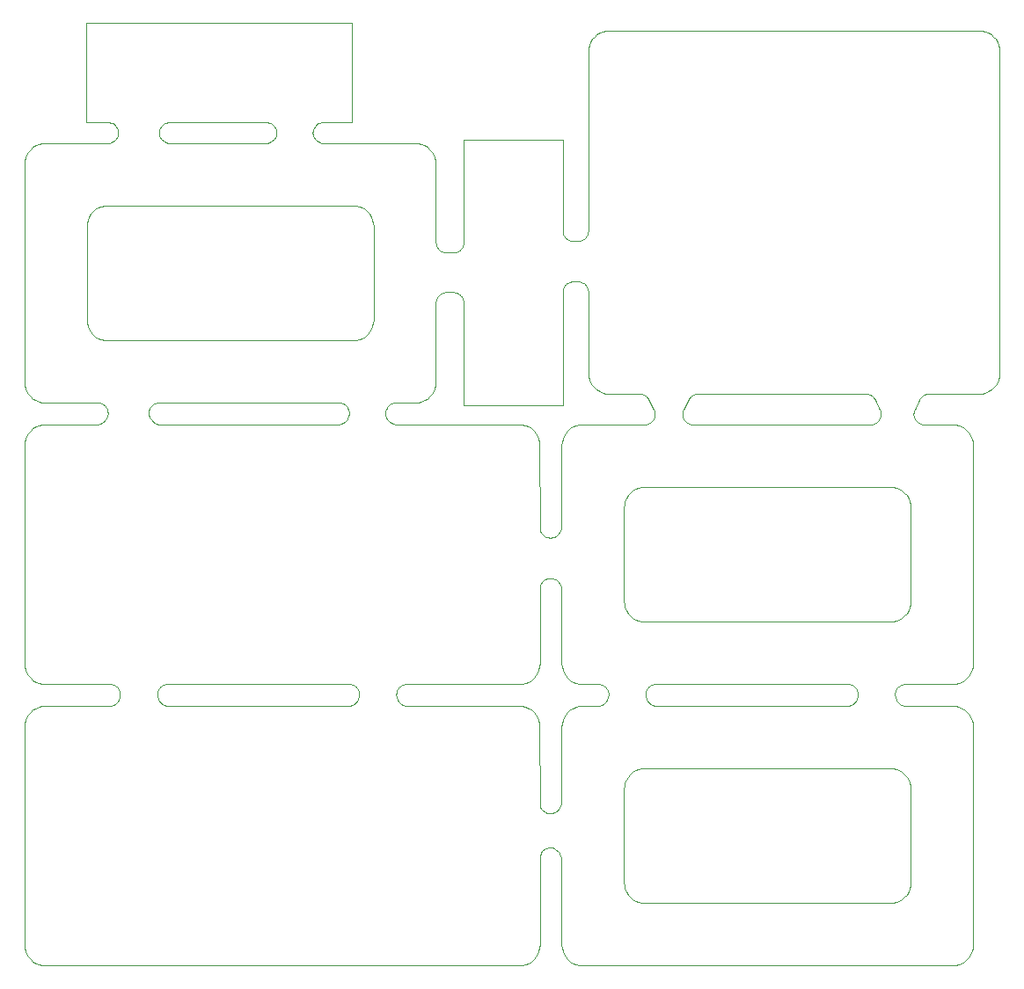
<source format=gko>
%MOIN*%
%OFA0B0*%
%FSLAX44Y44*%
%IPPOS*%
%LPD*%
%ADD10C,0*%
D10*
X00023504Y00013031D02*
X00023504Y00013031D01*
X00023381Y00013041D01*
X00023260Y00013070D01*
X00023146Y00013117D01*
X00023041Y00013181D01*
X00022947Y00013262D01*
X00022867Y00013356D01*
X00022802Y00013461D01*
X00022755Y00013575D01*
X00022726Y00013695D01*
X00022716Y00013818D01*
X00022716Y00017362D01*
X00022726Y00017485D01*
X00022755Y00017605D01*
X00022802Y00017719D01*
X00022867Y00017825D01*
X00022947Y00017918D01*
X00023041Y00017999D01*
X00023146Y00018063D01*
X00023260Y00018111D01*
X00023381Y00018139D01*
X00023504Y00018149D01*
X00032794Y00018149D01*
X00032917Y00018139D01*
X00033038Y00018111D01*
X00033152Y00018063D01*
X00033257Y00017999D01*
X00033351Y00017918D01*
X00033431Y00017825D01*
X00033496Y00017719D01*
X00033543Y00017605D01*
X00033572Y00017485D01*
X00033582Y00017362D01*
X00033582Y00013818D01*
X00033572Y00013695D01*
X00033543Y00013575D01*
X00033496Y00013461D01*
X00033431Y00013356D01*
X00033351Y00013262D01*
X00033257Y00013181D01*
X00033152Y00013117D01*
X00033038Y00013070D01*
X00032917Y00013041D01*
X00032794Y00013031D01*
X00023504Y00013031D01*
X00003149Y00023700D02*
X00003149Y00023700D01*
X00003026Y00023710D01*
X00002906Y00023739D01*
X00002792Y00023786D01*
X00002686Y00023851D01*
X00002592Y00023931D01*
X00002512Y00024025D01*
X00002448Y00024130D01*
X00002400Y00024244D01*
X00002371Y00024365D01*
X00002362Y00024488D01*
X00002362Y00028031D01*
X00002371Y00028154D01*
X00002400Y00028274D01*
X00002448Y00028388D01*
X00002512Y00028494D01*
X00002592Y00028588D01*
X00002686Y00028668D01*
X00002792Y00028733D01*
X00002906Y00028780D01*
X00003026Y00028809D01*
X00003149Y00028818D01*
X00012440Y00028818D01*
X00012563Y00028809D01*
X00012683Y00028780D01*
X00012797Y00028733D01*
X00012902Y00028668D01*
X00012996Y00028588D01*
X00013077Y00028494D01*
X00013141Y00028388D01*
X00013189Y00028274D01*
X00013217Y00028154D01*
X00013227Y00028031D01*
X00013227Y00024488D01*
X00013217Y00024365D01*
X00013189Y00024244D01*
X00013141Y00024130D01*
X00013077Y00024025D01*
X00012996Y00023931D01*
X00012902Y00023851D01*
X00012797Y00023786D01*
X00012683Y00023739D01*
X00012563Y00023710D01*
X00012440Y00023700D01*
X00003149Y00023700D01*
X00023504Y00002362D02*
X00023504Y00002362D01*
X00023381Y00002371D01*
X00023260Y00002400D01*
X00023146Y00002448D01*
X00023041Y00002512D01*
X00022947Y00002592D01*
X00022867Y00002686D01*
X00022802Y00002792D01*
X00022755Y00002906D01*
X00022726Y00003026D01*
X00022716Y00003149D01*
X00022716Y00006692D01*
X00022726Y00006816D01*
X00022755Y00006936D01*
X00022802Y00007050D01*
X00022867Y00007155D01*
X00022947Y00007249D01*
X00023041Y00007329D01*
X00023146Y00007394D01*
X00023260Y00007441D01*
X00023381Y00007470D01*
X00023504Y00007480D01*
X00032794Y00007480D01*
X00032917Y00007470D01*
X00033038Y00007441D01*
X00033152Y00007394D01*
X00033257Y00007329D01*
X00033351Y00007249D01*
X00033431Y00007155D01*
X00033496Y00007050D01*
X00033543Y00006936D01*
X00033572Y00006816D01*
X00033582Y00006692D01*
X00033582Y00003149D01*
X00033572Y00003026D01*
X00033543Y00002906D01*
X00033496Y00002792D01*
X00033431Y00002686D01*
X00033351Y00002592D01*
X00033257Y00002512D01*
X00033152Y00002448D01*
X00033038Y00002400D01*
X00032917Y00002371D01*
X00032794Y00002362D01*
X00023504Y00002362D01*
X00018736Y00009842D02*
X00018736Y00009842D01*
X00014499Y00009842D01*
X00014475Y00009843D01*
X00014451Y00009845D01*
X00014428Y00009849D01*
X00014404Y00009854D01*
X00014381Y00009860D01*
X00014359Y00009868D01*
X00014337Y00009877D01*
X00014315Y00009887D01*
X00014294Y00009899D01*
X00014274Y00009912D01*
X00014255Y00009926D01*
X00014237Y00009942D01*
X00014220Y00009958D01*
X00014203Y00009976D01*
X00014188Y00009994D01*
X00014174Y00010013D01*
X00014161Y00010033D01*
X00014150Y00010054D01*
X00014139Y00010076D01*
X00014130Y00010098D01*
X00014115Y00010137D01*
X00014104Y00010173D01*
X00014096Y00010210D01*
X00014091Y00010248D01*
X00014091Y00010286D01*
X00014094Y00010324D01*
X00014100Y00010361D01*
X00014110Y00010398D01*
X00014124Y00010433D01*
X00014141Y00010467D01*
X00014161Y00010500D01*
X00014184Y00010530D01*
X00014210Y00010557D01*
X00014238Y00010582D01*
X00014269Y00010605D01*
X00014302Y00010624D01*
X00014336Y00010640D01*
X00014372Y00010652D01*
X00014409Y00010662D01*
X00014446Y00010667D01*
X00014484Y00010669D01*
X00018741Y00010669D01*
X00018864Y00010679D01*
X00018984Y00010709D01*
X00019098Y00010756D01*
X00019204Y00010821D01*
X00019297Y00010902D01*
X00019377Y00010996D01*
X00019442Y00011102D01*
X00019489Y00011216D01*
X00019518Y00011336D01*
X00019527Y00011459D01*
X00019527Y00014295D01*
X00019530Y00014344D01*
X00019539Y00014393D01*
X00019554Y00014440D01*
X00019576Y00014485D01*
X00019602Y00014527D01*
X00019634Y00014565D01*
X00019670Y00014599D01*
X00019710Y00014628D01*
X00019754Y00014652D01*
X00019800Y00014670D01*
X00019848Y00014682D01*
X00019897Y00014688D01*
X00019947Y00014688D01*
X00019996Y00014681D01*
X00020044Y00014669D01*
X00020090Y00014650D01*
X00020133Y00014626D01*
X00020173Y00014596D01*
X00020209Y00014562D01*
X00020241Y00014524D01*
X00020281Y00014468D01*
X00020288Y00014458D01*
X00020294Y00014447D01*
X00020301Y00014437D01*
X00020307Y00014426D01*
X00020312Y00014415D01*
X00020318Y00014404D01*
X00020323Y00014393D01*
X00020327Y00014382D01*
X00020331Y00014371D01*
X00020335Y00014359D01*
X00020339Y00014347D01*
X00020342Y00014335D01*
X00020345Y00014324D01*
X00020347Y00014312D01*
X00020349Y00014300D01*
X00020351Y00014287D01*
X00020352Y00014275D01*
X00020353Y00014263D01*
X00020354Y00014251D01*
X00020354Y00014239D01*
X00020354Y00011456D01*
X00020364Y00011333D01*
X00020393Y00011213D01*
X00020440Y00011099D01*
X00020505Y00010993D01*
X00020585Y00010899D01*
X00020679Y00010819D01*
X00020784Y00010755D01*
X00020898Y00010707D01*
X00021018Y00010678D01*
X00021142Y00010669D01*
X00021735Y00010669D01*
X00021773Y00010667D01*
X00021811Y00010661D01*
X00021848Y00010652D01*
X00021883Y00010640D01*
X00021918Y00010624D01*
X00021951Y00010605D01*
X00021981Y00010582D01*
X00022010Y00010557D01*
X00022036Y00010530D01*
X00022059Y00010500D01*
X00022079Y00010467D01*
X00022096Y00010433D01*
X00022109Y00010398D01*
X00022119Y00010361D01*
X00022126Y00010324D01*
X00022129Y00010286D01*
X00022128Y00010248D01*
X00022124Y00010210D01*
X00022116Y00010173D01*
X00022104Y00010137D01*
X00022089Y00010098D01*
X00022080Y00010076D01*
X00022070Y00010054D01*
X00022058Y00010033D01*
X00022045Y00010013D01*
X00022031Y00009994D01*
X00022016Y00009976D01*
X00022000Y00009958D01*
X00021982Y00009942D01*
X00021964Y00009926D01*
X00021945Y00009912D01*
X00021925Y00009899D01*
X00021904Y00009887D01*
X00021883Y00009877D01*
X00021861Y00009868D01*
X00021838Y00009860D01*
X00021815Y00009854D01*
X00021792Y00009849D01*
X00021768Y00009845D01*
X00021744Y00009843D01*
X00021721Y00009842D01*
X00021142Y00009842D01*
X00021018Y00009832D01*
X00020898Y00009803D01*
X00020784Y00009756D01*
X00020679Y00009692D01*
X00020585Y00009611D01*
X00020505Y00009517D01*
X00020440Y00009412D01*
X00020393Y00009298D01*
X00020364Y00009178D01*
X00020354Y00009055D01*
X00020354Y00006266D01*
X00020354Y00006259D01*
X00020354Y00006251D01*
X00020354Y00006244D01*
X00020353Y00006237D01*
X00020352Y00006229D01*
X00020352Y00006222D01*
X00020351Y00006215D01*
X00020350Y00006208D01*
X00020349Y00006200D01*
X00020347Y00006193D01*
X00020346Y00006186D01*
X00020344Y00006179D01*
X00020343Y00006172D01*
X00020341Y00006164D01*
X00020339Y00006157D01*
X00020337Y00006150D01*
X00020335Y00006143D01*
X00020332Y00006136D01*
X00020330Y00006129D01*
X00020327Y00006123D01*
X00020286Y00006018D01*
X00020263Y00005969D01*
X00020233Y00005924D01*
X00020197Y00005883D01*
X00020156Y00005847D01*
X00020110Y00005817D01*
X00020061Y00005794D01*
X00020009Y00005778D01*
X00019955Y00005770D01*
X00019901Y00005768D01*
X00019847Y00005775D01*
X00019794Y00005789D01*
X00019744Y00005810D01*
X00019697Y00005837D01*
X00019654Y00005871D01*
X00019617Y00005910D01*
X00019585Y00005955D01*
X00019559Y00006003D01*
X00019541Y00006054D01*
X00019530Y00006107D01*
X00019526Y00006162D01*
X00019525Y00009053D01*
X00019515Y00009176D01*
X00019487Y00009297D01*
X00019439Y00009411D01*
X00019374Y00009517D01*
X00019294Y00009611D01*
X00019200Y00009691D01*
X00019094Y00009756D01*
X00018980Y00009803D01*
X00018859Y00009832D01*
X00018736Y00009842D01*
X00005444Y00009842D02*
X00005444Y00009842D01*
X00005420Y00009843D01*
X00005396Y00009845D01*
X00005373Y00009849D01*
X00005349Y00009854D01*
X00005326Y00009860D01*
X00005304Y00009868D01*
X00005282Y00009877D01*
X00005260Y00009887D01*
X00005239Y00009899D01*
X00005219Y00009912D01*
X00005200Y00009926D01*
X00005182Y00009942D01*
X00005165Y00009958D01*
X00005148Y00009976D01*
X00005133Y00009994D01*
X00005119Y00010013D01*
X00005106Y00010033D01*
X00005094Y00010054D01*
X00005084Y00010076D01*
X00005075Y00010098D01*
X00005060Y00010137D01*
X00005049Y00010173D01*
X00005041Y00010210D01*
X00005036Y00010248D01*
X00005035Y00010286D01*
X00005038Y00010324D01*
X00005045Y00010361D01*
X00005055Y00010398D01*
X00005069Y00010433D01*
X00005085Y00010467D01*
X00005106Y00010500D01*
X00005129Y00010530D01*
X00005155Y00010557D01*
X00005183Y00010582D01*
X00005214Y00010605D01*
X00005246Y00010624D01*
X00005281Y00010640D01*
X00005317Y00010652D01*
X00005354Y00010662D01*
X00005391Y00010667D01*
X00005429Y00010669D01*
X00012286Y00010669D01*
X00012324Y00010667D01*
X00012362Y00010662D01*
X00012399Y00010652D01*
X00012435Y00010640D01*
X00012469Y00010624D01*
X00012502Y00010605D01*
X00012533Y00010582D01*
X00012561Y00010557D01*
X00012587Y00010530D01*
X00012610Y00010500D01*
X00012630Y00010467D01*
X00012647Y00010433D01*
X00012661Y00010398D01*
X00012671Y00010361D01*
X00012677Y00010324D01*
X00012680Y00010286D01*
X00012679Y00010248D01*
X00012675Y00010210D01*
X00012667Y00010173D01*
X00012655Y00010137D01*
X00012641Y00010098D01*
X00012632Y00010076D01*
X00012621Y00010054D01*
X00012610Y00010033D01*
X00012597Y00010013D01*
X00012583Y00009994D01*
X00012567Y00009976D01*
X00012551Y00009958D01*
X00012534Y00009942D01*
X00012515Y00009926D01*
X00012496Y00009912D01*
X00012476Y00009899D01*
X00012455Y00009887D01*
X00012434Y00009877D01*
X00012412Y00009868D01*
X00012389Y00009860D01*
X00012366Y00009854D01*
X00012343Y00009849D01*
X00012319Y00009845D01*
X00012296Y00009843D01*
X00012272Y00009842D01*
X00005444Y00009842D01*
X00023948Y00009842D02*
X00023948Y00009842D01*
X00023924Y00009843D01*
X00023900Y00009845D01*
X00023876Y00009849D01*
X00023853Y00009854D01*
X00023830Y00009860D01*
X00023808Y00009868D01*
X00023786Y00009877D01*
X00023764Y00009887D01*
X00023743Y00009899D01*
X00023723Y00009912D01*
X00023704Y00009926D01*
X00023686Y00009942D01*
X00023668Y00009958D01*
X00023652Y00009976D01*
X00023637Y00009994D01*
X00023623Y00010013D01*
X00023610Y00010033D01*
X00023598Y00010054D01*
X00023588Y00010076D01*
X00023579Y00010098D01*
X00023564Y00010137D01*
X00023553Y00010173D01*
X00023545Y00010210D01*
X00023540Y00010248D01*
X00023539Y00010286D01*
X00023542Y00010324D01*
X00023549Y00010361D01*
X00023559Y00010398D01*
X00023572Y00010433D01*
X00023589Y00010467D01*
X00023610Y00010500D01*
X00023633Y00010530D01*
X00023659Y00010557D01*
X00023687Y00010582D01*
X00023718Y00010605D01*
X00023750Y00010624D01*
X00023785Y00010640D01*
X00023821Y00010652D01*
X00023858Y00010661D01*
X00023895Y00010667D01*
X00023933Y00010669D01*
X00031184Y00010669D01*
X00031222Y00010667D01*
X00031260Y00010661D01*
X00031296Y00010652D01*
X00031332Y00010640D01*
X00031367Y00010624D01*
X00031399Y00010605D01*
X00031430Y00010582D01*
X00031459Y00010557D01*
X00031484Y00010530D01*
X00031508Y00010500D01*
X00031528Y00010467D01*
X00031545Y00010433D01*
X00031558Y00010398D01*
X00031568Y00010361D01*
X00031575Y00010324D01*
X00031578Y00010286D01*
X00031577Y00010248D01*
X00031572Y00010210D01*
X00031564Y00010173D01*
X00031553Y00010137D01*
X00031538Y00010098D01*
X00031529Y00010076D01*
X00031519Y00010054D01*
X00031507Y00010033D01*
X00031494Y00010013D01*
X00031480Y00009994D01*
X00031465Y00009976D01*
X00031449Y00009958D01*
X00031431Y00009942D01*
X00031413Y00009926D01*
X00031394Y00009912D01*
X00031374Y00009899D01*
X00031353Y00009887D01*
X00031332Y00009877D01*
X00031310Y00009868D01*
X00031287Y00009860D01*
X00031264Y00009854D01*
X00031241Y00009849D01*
X00031217Y00009845D01*
X00031193Y00009843D01*
X00031169Y00009842D01*
X00023948Y00009842D01*
X00023303Y00021674D02*
X00023303Y00021674D01*
X00023325Y00021673D01*
X00023346Y00021671D01*
X00023367Y00021668D01*
X00023389Y00021664D01*
X00023410Y00021659D01*
X00023430Y00021653D01*
X00023451Y00021645D01*
X00023470Y00021636D01*
X00023490Y00021627D01*
X00023508Y00021616D01*
X00023526Y00021604D01*
X00023544Y00021591D01*
X00023561Y00021578D01*
X00023577Y00021563D01*
X00023592Y00021548D01*
X00023606Y00021531D01*
X00023619Y00021514D01*
X00023632Y00021497D01*
X00023643Y00021478D01*
X00023653Y00021459D01*
X00023845Y00021084D01*
X00023862Y00021048D01*
X00023874Y00021010D01*
X00023883Y00020970D01*
X00023888Y00020930D01*
X00023888Y00020890D01*
X00023885Y00020850D01*
X00023877Y00020811D01*
X00023865Y00020772D01*
X00023850Y00020735D01*
X00023831Y00020700D01*
X00023808Y00020666D01*
X00023782Y00020636D01*
X00023753Y00020608D01*
X00023721Y00020583D01*
X00023687Y00020562D01*
X00023651Y00020544D01*
X00023614Y00020530D01*
X00023575Y00020520D01*
X00023535Y00020513D01*
X00023495Y00020511D01*
X00021142Y00020511D01*
X00021018Y00020502D01*
X00020898Y00020473D01*
X00020784Y00020426D01*
X00020679Y00020361D01*
X00020585Y00020281D01*
X00020505Y00020187D01*
X00020440Y00020081D01*
X00020393Y00019967D01*
X00020364Y00019847D01*
X00020354Y00019724D01*
X00020354Y00016669D01*
X00020354Y00016656D01*
X00020353Y00016644D01*
X00020352Y00016632D01*
X00020351Y00016619D01*
X00020349Y00016607D01*
X00020347Y00016595D01*
X00020345Y00016583D01*
X00020342Y00016571D01*
X00020339Y00016559D01*
X00020335Y00016547D01*
X00020331Y00016535D01*
X00020327Y00016524D01*
X00020322Y00016512D01*
X00020317Y00016501D01*
X00020311Y00016490D01*
X00020306Y00016479D01*
X00020299Y00016468D01*
X00020293Y00016458D01*
X00020286Y00016447D01*
X00020279Y00016437D01*
X00020238Y00016381D01*
X00020207Y00016343D01*
X00020171Y00016309D01*
X00020131Y00016280D01*
X00020088Y00016256D01*
X00020042Y00016238D01*
X00019994Y00016226D01*
X00019945Y00016219D01*
X00019895Y00016219D01*
X00019846Y00016226D01*
X00019798Y00016238D01*
X00019752Y00016256D01*
X00019709Y00016280D01*
X00019669Y00016309D01*
X00019633Y00016343D01*
X00019601Y00016381D01*
X00019575Y00016423D01*
X00019554Y00016467D01*
X00019538Y00016514D01*
X00019529Y00016563D01*
X00019526Y00016612D01*
X00019525Y00019722D01*
X00019515Y00019846D01*
X00019487Y00019966D01*
X00019439Y00020080D01*
X00019374Y00020186D01*
X00019294Y00020280D01*
X00019200Y00020361D01*
X00019094Y00020425D01*
X00018980Y00020473D01*
X00018859Y00020502D01*
X00018736Y00020511D01*
X00014118Y00020511D01*
X00014104Y00020512D01*
X00014090Y00020512D01*
X00014075Y00020514D01*
X00014061Y00020515D01*
X00014047Y00020518D01*
X00014033Y00020521D01*
X00014019Y00020524D01*
X00014005Y00020528D01*
X00013992Y00020532D01*
X00013978Y00020537D01*
X00013965Y00020542D01*
X00013952Y00020548D01*
X00013939Y00020555D01*
X00013926Y00020561D01*
X00013914Y00020568D01*
X00013902Y00020576D01*
X00013890Y00020584D01*
X00013879Y00020593D01*
X00013867Y00020602D01*
X00013857Y00020611D01*
X00013812Y00020650D01*
X00013779Y00020684D01*
X00013750Y00020721D01*
X00013725Y00020762D01*
X00013706Y00020806D01*
X00013692Y00020851D01*
X00013683Y00020898D01*
X00013680Y00020945D01*
X00013683Y00020992D01*
X00013692Y00021039D01*
X00013706Y00021084D01*
X00013726Y00021128D01*
X00013750Y00021168D01*
X00013780Y00021206D01*
X00013813Y00021239D01*
X00013851Y00021269D01*
X00013891Y00021293D01*
X00013935Y00021313D01*
X00013980Y00021327D01*
X00014027Y00021335D01*
X00014074Y00021338D01*
X00014802Y00021338D01*
X00014925Y00021348D01*
X00015045Y00021377D01*
X00015159Y00021424D01*
X00015265Y00021488D01*
X00015359Y00021569D01*
X00015439Y00021663D01*
X00015503Y00021768D01*
X00015551Y00021882D01*
X00015580Y00022002D01*
X00015589Y00022125D01*
X00015589Y00025131D01*
X00015590Y00025162D01*
X00015594Y00025193D01*
X00015600Y00025223D01*
X00015609Y00025253D01*
X00015619Y00025282D01*
X00015632Y00025310D01*
X00015647Y00025337D01*
X00015664Y00025362D01*
X00015684Y00025387D01*
X00015705Y00025409D01*
X00015727Y00025430D01*
X00015752Y00025450D01*
X00015777Y00025467D01*
X00015804Y00025482D01*
X00015832Y00025495D01*
X00015861Y00025506D01*
X00015891Y00025514D01*
X00015921Y00025520D01*
X00015952Y00025524D01*
X00015983Y00025525D01*
X00016243Y00025525D01*
X00016274Y00025524D01*
X00016305Y00025520D01*
X00016335Y00025514D01*
X00016365Y00025506D01*
X00016394Y00025495D01*
X00016422Y00025482D01*
X00016449Y00025467D01*
X00016474Y00025450D01*
X00016499Y00025430D01*
X00016521Y00025409D01*
X00016542Y00025387D01*
X00016562Y00025362D01*
X00016579Y00025337D01*
X00016594Y00025310D01*
X00016607Y00025282D01*
X00016617Y00025253D01*
X00016626Y00025223D01*
X00016632Y00025193D01*
X00016635Y00025162D01*
X00016637Y00025131D01*
X00016637Y00021243D01*
X00020393Y00021243D01*
X00020393Y00025539D01*
X00020394Y00025570D01*
X00020397Y00025600D01*
X00020403Y00025631D01*
X00020412Y00025660D01*
X00020423Y00025689D01*
X00020436Y00025717D01*
X00020451Y00025744D01*
X00020468Y00025770D01*
X00020487Y00025794D01*
X00020508Y00025817D01*
X00020531Y00025838D01*
X00020555Y00025857D01*
X00020581Y00025874D01*
X00020608Y00025889D01*
X00020636Y00025902D01*
X00020665Y00025913D01*
X00020694Y00025921D01*
X00020725Y00025927D01*
X00020755Y00025931D01*
X00020786Y00025932D01*
X00020970Y00025932D01*
X00021001Y00025931D01*
X00021032Y00025927D01*
X00021062Y00025921D01*
X00021092Y00025913D01*
X00021121Y00025902D01*
X00021149Y00025889D01*
X00021176Y00025874D01*
X00021201Y00025857D01*
X00021226Y00025838D01*
X00021248Y00025817D01*
X00021269Y00025794D01*
X00021288Y00025770D01*
X00021306Y00025744D01*
X00021321Y00025717D01*
X00021334Y00025689D01*
X00021344Y00025660D01*
X00021353Y00025631D01*
X00021359Y00025600D01*
X00021362Y00025570D01*
X00021364Y00025539D01*
X00021364Y00022461D01*
X00021373Y00022338D01*
X00021402Y00022218D01*
X00021449Y00022104D01*
X00021514Y00021998D01*
X00021594Y00021904D01*
X00021688Y00021824D01*
X00021794Y00021760D01*
X00021908Y00021712D01*
X00022028Y00021683D01*
X00022151Y00021674D01*
X00023303Y00021674D01*
X00031881Y00021674D02*
X00031881Y00021674D01*
X00031903Y00021673D01*
X00031925Y00021671D01*
X00031947Y00021668D01*
X00031969Y00021664D01*
X00031991Y00021658D01*
X00032012Y00021651D01*
X00032033Y00021643D01*
X00032053Y00021634D01*
X00032073Y00021624D01*
X00032092Y00021612D01*
X00032110Y00021600D01*
X00032128Y00021586D01*
X00032145Y00021572D01*
X00032161Y00021556D01*
X00032176Y00021540D01*
X00032190Y00021523D01*
X00032204Y00021505D01*
X00032216Y00021487D01*
X00032227Y00021467D01*
X00032237Y00021447D01*
X00032413Y00021072D01*
X00032428Y00021036D01*
X00032439Y00020998D01*
X00032447Y00020959D01*
X00032450Y00020920D01*
X00032450Y00020880D01*
X00032445Y00020841D01*
X00032437Y00020802D01*
X00032424Y00020764D01*
X00032408Y00020728D01*
X00032389Y00020694D01*
X00032366Y00020662D01*
X00032340Y00020632D01*
X00032311Y00020605D01*
X00032280Y00020581D01*
X00032246Y00020560D01*
X00032211Y00020543D01*
X00032174Y00020529D01*
X00032135Y00020519D01*
X00032096Y00020513D01*
X00032057Y00020511D01*
X00025323Y00020511D01*
X00025283Y00020513D01*
X00025243Y00020520D01*
X00025204Y00020530D01*
X00025167Y00020544D01*
X00025130Y00020562D01*
X00025096Y00020583D01*
X00025065Y00020608D01*
X00025036Y00020636D01*
X00025010Y00020666D01*
X00024987Y00020700D01*
X00024968Y00020735D01*
X00024952Y00020772D01*
X00024941Y00020811D01*
X00024933Y00020850D01*
X00024930Y00020890D01*
X00024930Y00020930D01*
X00024935Y00020970D01*
X00024943Y00021010D01*
X00024956Y00021048D01*
X00024973Y00021084D01*
X00025164Y00021459D01*
X00025175Y00021478D01*
X00025186Y00021497D01*
X00025199Y00021514D01*
X00025212Y00021531D01*
X00025226Y00021548D01*
X00025241Y00021563D01*
X00025257Y00021578D01*
X00025274Y00021591D01*
X00025291Y00021604D01*
X00025310Y00021616D01*
X00025328Y00021627D01*
X00025348Y00021636D01*
X00025367Y00021645D01*
X00025388Y00021653D01*
X00025408Y00021659D01*
X00025429Y00021664D01*
X00025450Y00021668D01*
X00025472Y00021671D01*
X00025493Y00021673D01*
X00025515Y00021674D01*
X00031881Y00021674D01*
X00005550Y00031181D02*
X00005550Y00031181D01*
X00005550Y00031181D01*
X00005550Y00031181D01*
X00005549Y00031181D01*
X00005549Y00031181D01*
X00005549Y00031181D01*
X00005549Y00031181D01*
X00005549Y00031181D01*
X00005548Y00031181D01*
X00005548Y00031181D01*
X00005548Y00031181D01*
X00005548Y00031181D01*
X00005547Y00031181D01*
X00005547Y00031181D01*
X00005547Y00031181D01*
X00005547Y00031181D01*
X00005547Y00031181D01*
X00005546Y00031181D01*
X00005546Y00031181D01*
X00005546Y00031181D01*
X00005546Y00031181D01*
X00005494Y00031181D01*
X00005432Y00031187D01*
X00005373Y00031202D01*
X00005316Y00031226D01*
X00005264Y00031258D01*
X00005217Y00031299D01*
X00005178Y00031346D01*
X00005146Y00031399D01*
X00005123Y00031456D01*
X00005109Y00031516D01*
X00005104Y00031577D01*
X00005109Y00031638D01*
X00005124Y00031698D01*
X00005148Y00031755D01*
X00005180Y00031807D01*
X00005220Y00031854D01*
X00005267Y00031894D01*
X00005320Y00031926D01*
X00005377Y00031949D01*
X00005436Y00031964D01*
X00005498Y00031969D01*
X00009153Y00031969D01*
X00009215Y00031964D01*
X00009275Y00031949D01*
X00009332Y00031926D01*
X00009384Y00031894D01*
X00009431Y00031854D01*
X00009471Y00031807D01*
X00009504Y00031755D01*
X00009527Y00031698D01*
X00009542Y00031638D01*
X00009547Y00031577D01*
X00009543Y00031515D01*
X00009529Y00031456D01*
X00009505Y00031398D01*
X00009474Y00031346D01*
X00009434Y00031299D01*
X00009387Y00031258D01*
X00009335Y00031226D01*
X00009279Y00031202D01*
X00009219Y00031187D01*
X00009157Y00031181D01*
X00009101Y00031181D01*
X00009101Y00031181D01*
X00009101Y00031181D01*
X00009101Y00031181D01*
X00009101Y00031181D01*
X00009100Y00031181D01*
X00009100Y00031181D01*
X00009100Y00031181D01*
X00009100Y00031181D01*
X00009100Y00031181D01*
X00009099Y00031181D01*
X00009099Y00031181D01*
X00009099Y00031181D01*
X00009099Y00031181D01*
X00009099Y00031181D01*
X00009098Y00031181D01*
X00009098Y00031181D01*
X00009098Y00031181D01*
X00009098Y00031181D01*
X00009098Y00031181D01*
X00009097Y00031181D01*
X00005550Y00031181D01*
X00003163Y00031969D02*
X00003163Y00031969D01*
X00003224Y00031964D01*
X00003284Y00031949D01*
X00003341Y00031926D01*
X00003393Y00031894D01*
X00003440Y00031854D01*
X00003480Y00031807D01*
X00003513Y00031755D01*
X00003536Y00031698D01*
X00003551Y00031638D01*
X00003556Y00031577D01*
X00003552Y00031516D01*
X00003538Y00031456D01*
X00003515Y00031399D01*
X00003483Y00031346D01*
X00003443Y00031299D01*
X00003397Y00031258D01*
X00003345Y00031226D01*
X00003288Y00031202D01*
X00003228Y00031187D01*
X00003167Y00031181D01*
X00003115Y00031181D01*
X00003114Y00031181D01*
X00003114Y00031181D01*
X00003114Y00031181D01*
X00003114Y00031181D01*
X00003114Y00031181D01*
X00003113Y00031181D01*
X00003113Y00031181D01*
X00003113Y00031181D01*
X00003113Y00031181D01*
X00003113Y00031181D01*
X00003112Y00031181D01*
X00003112Y00031181D01*
X00003112Y00031181D01*
X00003112Y00031181D01*
X00003111Y00031181D01*
X00003111Y00031181D01*
X00003111Y00031181D01*
X00003111Y00031181D01*
X00003111Y00031181D01*
X00003110Y00031181D01*
X00000787Y00031181D01*
X00000664Y00031171D01*
X00000544Y00031142D01*
X00000429Y00031095D01*
X00000324Y00031030D01*
X00000230Y00030950D01*
X00000150Y00030856D01*
X00000085Y00030751D01*
X00000038Y00030637D01*
X00000009Y00030516D01*
X00000000Y00030393D01*
X00000000Y00022125D01*
X00000009Y00022002D01*
X00000038Y00021882D01*
X00000085Y00021768D01*
X00000150Y00021663D01*
X00000230Y00021569D01*
X00000324Y00021488D01*
X00000429Y00021424D01*
X00000544Y00021377D01*
X00000664Y00021348D01*
X00000787Y00021338D01*
X00002769Y00021338D01*
X00002815Y00021335D01*
X00002861Y00021327D01*
X00002906Y00021313D01*
X00002949Y00021294D01*
X00002989Y00021271D01*
X00003026Y00021242D01*
X00003060Y00021209D01*
X00003089Y00021173D01*
X00003114Y00021133D01*
X00003134Y00021091D01*
X00003149Y00021047D01*
X00003158Y00021001D01*
X00003162Y00020954D01*
X00003161Y00020908D01*
X00003153Y00020861D01*
X00003141Y00020816D01*
X00003123Y00020773D01*
X00003100Y00020732D01*
X00003073Y00020694D01*
X00003041Y00020660D01*
X00003000Y00020621D01*
X00002989Y00020611D01*
X00002977Y00020601D01*
X00002966Y00020591D01*
X00002953Y00020583D01*
X00002941Y00020574D01*
X00002928Y00020566D01*
X00002915Y00020559D01*
X00002902Y00020552D01*
X00002888Y00020546D01*
X00002874Y00020540D01*
X00002860Y00020534D01*
X00002846Y00020530D01*
X00002832Y00020525D01*
X00002817Y00020522D01*
X00002802Y00020518D01*
X00002787Y00020516D01*
X00002773Y00020514D01*
X00002758Y00020512D01*
X00002743Y00020512D01*
X00002728Y00020511D01*
X00000787Y00020511D01*
X00000664Y00020502D01*
X00000544Y00020473D01*
X00000429Y00020426D01*
X00000324Y00020361D01*
X00000230Y00020281D01*
X00000150Y00020187D01*
X00000085Y00020081D01*
X00000038Y00019967D01*
X00000009Y00019847D01*
X00000000Y00019724D01*
X00000000Y00011456D01*
X00000009Y00011333D01*
X00000038Y00011213D01*
X00000085Y00011099D01*
X00000150Y00010993D01*
X00000230Y00010899D01*
X00000324Y00010819D01*
X00000429Y00010755D01*
X00000544Y00010707D01*
X00000664Y00010678D01*
X00000787Y00010669D01*
X00003231Y00010669D01*
X00003269Y00010667D01*
X00003307Y00010662D01*
X00003344Y00010652D01*
X00003379Y00010640D01*
X00003414Y00010624D01*
X00003447Y00010605D01*
X00003477Y00010582D01*
X00003506Y00010557D01*
X00003532Y00010530D01*
X00003555Y00010500D01*
X00003575Y00010467D01*
X00003592Y00010433D01*
X00003605Y00010398D01*
X00003616Y00010361D01*
X00003622Y00010324D01*
X00003625Y00010286D01*
X00003624Y00010248D01*
X00003620Y00010210D01*
X00003612Y00010173D01*
X00003600Y00010137D01*
X00003585Y00010098D01*
X00003576Y00010076D01*
X00003566Y00010054D01*
X00003554Y00010033D01*
X00003542Y00010013D01*
X00003527Y00009994D01*
X00003512Y00009976D01*
X00003496Y00009958D01*
X00003479Y00009942D01*
X00003460Y00009926D01*
X00003441Y00009912D01*
X00003421Y00009899D01*
X00003400Y00009887D01*
X00003379Y00009877D01*
X00003357Y00009868D01*
X00003334Y00009860D01*
X00003311Y00009854D01*
X00003288Y00009849D01*
X00003264Y00009845D01*
X00003241Y00009843D01*
X00003217Y00009842D01*
X00000787Y00009842D01*
X00000664Y00009832D01*
X00000544Y00009803D01*
X00000429Y00009756D01*
X00000324Y00009692D01*
X00000230Y00009611D01*
X00000150Y00009517D01*
X00000085Y00009412D01*
X00000038Y00009298D01*
X00000009Y00009178D01*
X00000000Y00009055D01*
X00000000Y00000787D01*
X00000009Y00000664D01*
X00000038Y00000544D01*
X00000085Y00000429D01*
X00000150Y00000324D01*
X00000230Y00000230D01*
X00000324Y00000150D01*
X00000429Y00000085D01*
X00000544Y00000038D01*
X00000664Y00000009D01*
X00000787Y00000000D01*
X00018741Y00000000D01*
X00018864Y00000010D01*
X00018984Y00000039D01*
X00019098Y00000087D01*
X00019204Y00000152D01*
X00019297Y00000233D01*
X00019377Y00000327D01*
X00019442Y00000432D01*
X00019489Y00000547D01*
X00019518Y00000667D01*
X00019527Y00000790D01*
X00019527Y00004073D01*
X00019530Y00004128D01*
X00019542Y00004181D01*
X00019560Y00004232D01*
X00019585Y00004281D01*
X00019617Y00004325D01*
X00019655Y00004364D01*
X00019698Y00004398D01*
X00019745Y00004426D01*
X00019795Y00004447D01*
X00019848Y00004460D01*
X00019902Y00004467D01*
X00019957Y00004465D01*
X00020011Y00004457D01*
X00020063Y00004440D01*
X00020112Y00004417D01*
X00020158Y00004387D01*
X00020199Y00004352D01*
X00020235Y00004310D01*
X00020264Y00004265D01*
X00020287Y00004215D01*
X00020328Y00004111D01*
X00020330Y00004104D01*
X00020333Y00004097D01*
X00020335Y00004090D01*
X00020337Y00004084D01*
X00020339Y00004077D01*
X00020341Y00004070D01*
X00020343Y00004063D01*
X00020345Y00004056D01*
X00020346Y00004048D01*
X00020347Y00004041D01*
X00020349Y00004034D01*
X00020350Y00004027D01*
X00020351Y00004020D01*
X00020352Y00004013D01*
X00020352Y00004005D01*
X00020353Y00003998D01*
X00020354Y00003991D01*
X00020354Y00003984D01*
X00020354Y00003976D01*
X00020354Y00003969D01*
X00020354Y00000787D01*
X00020364Y00000664D01*
X00020393Y00000544D01*
X00020440Y00000429D01*
X00020505Y00000324D01*
X00020585Y00000230D01*
X00020679Y00000150D01*
X00020784Y00000085D01*
X00020898Y00000038D01*
X00021018Y00000009D01*
X00021142Y00000000D01*
X00035157Y00000000D01*
X00035280Y00000009D01*
X00035400Y00000038D01*
X00035514Y00000085D01*
X00035619Y00000150D01*
X00035713Y00000230D01*
X00035794Y00000324D01*
X00035858Y00000429D01*
X00035905Y00000544D01*
X00035934Y00000664D01*
X00035944Y00000787D01*
X00035944Y00009055D01*
X00035934Y00009178D01*
X00035905Y00009298D01*
X00035858Y00009412D01*
X00035794Y00009517D01*
X00035713Y00009611D01*
X00035619Y00009692D01*
X00035514Y00009756D01*
X00035400Y00009803D01*
X00035280Y00009832D01*
X00035157Y00009842D01*
X00033397Y00009842D01*
X00033373Y00009843D01*
X00033349Y00009845D01*
X00033325Y00009849D01*
X00033302Y00009854D01*
X00033279Y00009860D01*
X00033256Y00009868D01*
X00033234Y00009877D01*
X00033213Y00009887D01*
X00033192Y00009899D01*
X00033172Y00009912D01*
X00033153Y00009926D01*
X00033135Y00009942D01*
X00033117Y00009958D01*
X00033101Y00009976D01*
X00033086Y00009994D01*
X00033072Y00010013D01*
X00033059Y00010033D01*
X00033047Y00010054D01*
X00033037Y00010076D01*
X00033028Y00010098D01*
X00033013Y00010137D01*
X00033001Y00010173D01*
X00032993Y00010210D01*
X00032989Y00010248D01*
X00032988Y00010286D01*
X00032991Y00010324D01*
X00032998Y00010361D01*
X00033008Y00010398D01*
X00033021Y00010433D01*
X00033038Y00010467D01*
X00033058Y00010500D01*
X00033081Y00010530D01*
X00033107Y00010557D01*
X00033136Y00010582D01*
X00033167Y00010605D01*
X00033199Y00010624D01*
X00033234Y00010640D01*
X00033269Y00010652D01*
X00033306Y00010661D01*
X00033344Y00010667D01*
X00033382Y00010669D01*
X00035157Y00010669D01*
X00035280Y00010678D01*
X00035400Y00010707D01*
X00035514Y00010755D01*
X00035619Y00010819D01*
X00035713Y00010899D01*
X00035794Y00010993D01*
X00035858Y00011099D01*
X00035905Y00011213D01*
X00035934Y00011333D01*
X00035944Y00011456D01*
X00035944Y00019724D01*
X00035934Y00019847D01*
X00035905Y00019967D01*
X00035858Y00020081D01*
X00035794Y00020187D01*
X00035713Y00020281D01*
X00035619Y00020361D01*
X00035514Y00020426D01*
X00035400Y00020473D01*
X00035280Y00020502D01*
X00035157Y00020511D01*
X00034084Y00020511D01*
X00034045Y00020513D01*
X00034006Y00020519D01*
X00033967Y00020529D01*
X00033930Y00020543D01*
X00033895Y00020560D01*
X00033861Y00020581D01*
X00033829Y00020605D01*
X00033801Y00020632D01*
X00033775Y00020662D01*
X00033752Y00020694D01*
X00033732Y00020728D01*
X00033716Y00020764D01*
X00033704Y00020802D01*
X00033696Y00020841D01*
X00033691Y00020880D01*
X00033691Y00020920D01*
X00033694Y00020959D01*
X00033701Y00020998D01*
X00033713Y00021036D01*
X00033728Y00021072D01*
X00033904Y00021447D01*
X00033914Y00021467D01*
X00033925Y00021487D01*
X00033937Y00021505D01*
X00033950Y00021523D01*
X00033965Y00021540D01*
X00033980Y00021556D01*
X00033996Y00021572D01*
X00034013Y00021586D01*
X00034030Y00021600D01*
X00034049Y00021612D01*
X00034068Y00021624D01*
X00034088Y00021634D01*
X00034108Y00021643D01*
X00034129Y00021651D01*
X00034150Y00021658D01*
X00034172Y00021664D01*
X00034194Y00021668D01*
X00034216Y00021671D01*
X00034238Y00021673D01*
X00034260Y00021674D01*
X00036166Y00021674D01*
X00036289Y00021683D01*
X00036409Y00021712D01*
X00036523Y00021760D01*
X00036629Y00021824D01*
X00036723Y00021904D01*
X00036803Y00021998D01*
X00036867Y00022104D01*
X00036915Y00022218D01*
X00036944Y00022338D01*
X00036953Y00022461D01*
X00036953Y00034666D01*
X00036944Y00034789D01*
X00036915Y00034909D01*
X00036867Y00035023D01*
X00036803Y00035129D01*
X00036723Y00035223D01*
X00036629Y00035303D01*
X00036523Y00035367D01*
X00036409Y00035415D01*
X00036289Y00035444D01*
X00036166Y00035453D01*
X00022151Y00035453D01*
X00022028Y00035444D01*
X00021908Y00035415D01*
X00021794Y00035367D01*
X00021688Y00035303D01*
X00021594Y00035223D01*
X00021514Y00035129D01*
X00021449Y00035023D01*
X00021402Y00034909D01*
X00021373Y00034789D01*
X00021364Y00034666D01*
X00021364Y00027864D01*
X00021362Y00027833D01*
X00021359Y00027802D01*
X00021353Y00027772D01*
X00021344Y00027742D01*
X00021334Y00027713D01*
X00021321Y00027685D01*
X00021306Y00027658D01*
X00021288Y00027632D01*
X00021269Y00027608D01*
X00021248Y00027585D01*
X00021226Y00027564D01*
X00021201Y00027545D01*
X00021176Y00027528D01*
X00021149Y00027513D01*
X00021121Y00027500D01*
X00021092Y00027489D01*
X00021062Y00027481D01*
X00021032Y00027475D01*
X00021001Y00027471D01*
X00020970Y00027470D01*
X00020786Y00027470D01*
X00020755Y00027471D01*
X00020725Y00027475D01*
X00020694Y00027481D01*
X00020665Y00027489D01*
X00020636Y00027500D01*
X00020608Y00027513D01*
X00020581Y00027528D01*
X00020555Y00027545D01*
X00020531Y00027564D01*
X00020508Y00027585D01*
X00020487Y00027608D01*
X00020468Y00027632D01*
X00020451Y00027658D01*
X00020436Y00027685D01*
X00020423Y00027713D01*
X00020412Y00027742D01*
X00020403Y00027772D01*
X00020397Y00027802D01*
X00020394Y00027833D01*
X00020393Y00027864D01*
X00020393Y00031321D01*
X00016637Y00031321D01*
X00016637Y00027423D01*
X00016635Y00027392D01*
X00016632Y00027361D01*
X00016626Y00027331D01*
X00016617Y00027301D01*
X00016607Y00027272D01*
X00016594Y00027244D01*
X00016579Y00027217D01*
X00016562Y00027191D01*
X00016542Y00027167D01*
X00016521Y00027144D01*
X00016499Y00027123D01*
X00016474Y00027104D01*
X00016449Y00027087D01*
X00016422Y00027072D01*
X00016394Y00027059D01*
X00016365Y00027048D01*
X00016335Y00027040D01*
X00016305Y00027034D01*
X00016274Y00027030D01*
X00016243Y00027029D01*
X00015983Y00027029D01*
X00015952Y00027030D01*
X00015921Y00027034D01*
X00015891Y00027040D01*
X00015861Y00027048D01*
X00015832Y00027059D01*
X00015804Y00027072D01*
X00015777Y00027087D01*
X00015752Y00027104D01*
X00015727Y00027123D01*
X00015705Y00027144D01*
X00015684Y00027167D01*
X00015664Y00027191D01*
X00015647Y00027217D01*
X00015632Y00027244D01*
X00015619Y00027272D01*
X00015609Y00027301D01*
X00015600Y00027331D01*
X00015594Y00027361D01*
X00015590Y00027392D01*
X00015589Y00027423D01*
X00015589Y00030393D01*
X00015580Y00030516D01*
X00015551Y00030637D01*
X00015503Y00030751D01*
X00015439Y00030856D01*
X00015359Y00030950D01*
X00015265Y00031030D01*
X00015159Y00031095D01*
X00015045Y00031142D01*
X00014925Y00031171D01*
X00014802Y00031181D01*
X00011374Y00031181D01*
X00011374Y00031181D01*
X00011374Y00031181D01*
X00011373Y00031181D01*
X00011373Y00031181D01*
X00011373Y00031181D01*
X00011373Y00031181D01*
X00011373Y00031181D01*
X00011372Y00031181D01*
X00011372Y00031181D01*
X00011372Y00031181D01*
X00011372Y00031181D01*
X00011372Y00031181D01*
X00011371Y00031181D01*
X00011371Y00031181D01*
X00011371Y00031181D01*
X00011371Y00031181D01*
X00011371Y00031181D01*
X00011370Y00031181D01*
X00011370Y00031181D01*
X00011370Y00031181D01*
X00011314Y00031181D01*
X00011253Y00031187D01*
X00011193Y00031202D01*
X00011136Y00031226D01*
X00011084Y00031258D01*
X00011037Y00031299D01*
X00010998Y00031346D01*
X00010966Y00031398D01*
X00010943Y00031456D01*
X00010929Y00031515D01*
X00010924Y00031577D01*
X00010929Y00031638D01*
X00010944Y00031698D01*
X00010968Y00031755D01*
X00011000Y00031807D01*
X00011040Y00031854D01*
X00011087Y00031894D01*
X00011140Y00031926D01*
X00011197Y00031949D01*
X00011257Y00031964D01*
X00011318Y00031969D01*
X00012423Y00031969D01*
X00012423Y00035724D01*
X00002345Y00035724D01*
X00002345Y00031969D01*
X00003163Y00031969D01*
X00005146Y00020511D02*
X00005146Y00020511D01*
X00005130Y00020512D01*
X00005115Y00020512D01*
X00005100Y00020514D01*
X00005086Y00020516D01*
X00005071Y00020518D01*
X00005056Y00020522D01*
X00005041Y00020525D01*
X00005027Y00020530D01*
X00005013Y00020534D01*
X00004999Y00020540D01*
X00004985Y00020546D01*
X00004971Y00020552D01*
X00004958Y00020559D01*
X00004945Y00020566D01*
X00004932Y00020574D01*
X00004920Y00020583D01*
X00004907Y00020591D01*
X00004896Y00020601D01*
X00004884Y00020611D01*
X00004873Y00020621D01*
X00004832Y00020660D01*
X00004800Y00020694D01*
X00004773Y00020732D01*
X00004750Y00020773D01*
X00004732Y00020816D01*
X00004720Y00020861D01*
X00004712Y00020908D01*
X00004711Y00020954D01*
X00004715Y00021001D01*
X00004724Y00021047D01*
X00004739Y00021091D01*
X00004759Y00021133D01*
X00004784Y00021173D01*
X00004813Y00021209D01*
X00004847Y00021242D01*
X00004884Y00021271D01*
X00004924Y00021294D01*
X00004967Y00021313D01*
X00005012Y00021327D01*
X00005058Y00021335D01*
X00005104Y00021338D01*
X00011909Y00021338D01*
X00011957Y00021335D01*
X00012003Y00021327D01*
X00012049Y00021313D01*
X00012092Y00021293D01*
X00012133Y00021269D01*
X00012170Y00021239D01*
X00012204Y00021206D01*
X00012233Y00021168D01*
X00012258Y00021128D01*
X00012277Y00021084D01*
X00012291Y00021039D01*
X00012300Y00020992D01*
X00012303Y00020945D01*
X00012300Y00020898D01*
X00012292Y00020851D01*
X00012278Y00020806D01*
X00012258Y00020762D01*
X00012234Y00020721D01*
X00012204Y00020684D01*
X00012171Y00020650D01*
X00012127Y00020611D01*
X00012116Y00020602D01*
X00012105Y00020593D01*
X00012093Y00020584D01*
X00012081Y00020576D01*
X00012069Y00020568D01*
X00012057Y00020561D01*
X00012044Y00020555D01*
X00012031Y00020548D01*
X00012018Y00020542D01*
X00012005Y00020537D01*
X00011992Y00020532D01*
X00011978Y00020528D01*
X00011964Y00020524D01*
X00011950Y00020521D01*
X00011936Y00020518D01*
X00011922Y00020515D01*
X00011908Y00020514D01*
X00011894Y00020512D01*
X00011879Y00020512D01*
X00011865Y00020511D01*
X00005146Y00020511D01*
M02*
</source>
